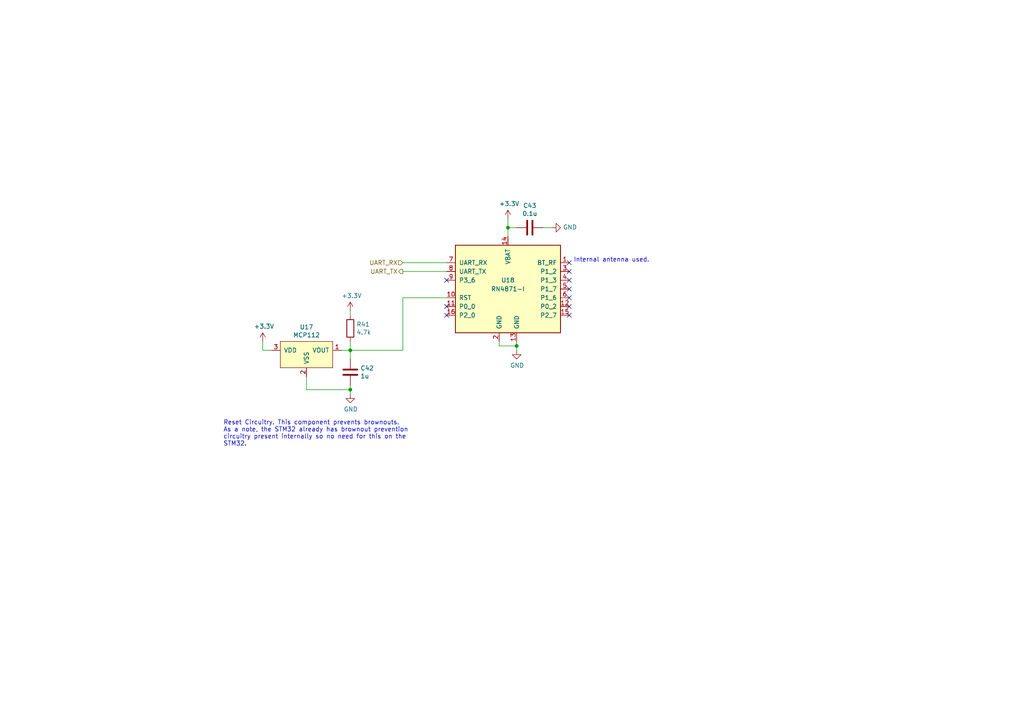
<source format=kicad_sch>
(kicad_sch (version 20230121) (generator eeschema)

  (uuid 0fd995cf-2c66-49f2-8a33-dd66fc2f892c)

  (paper "A4")

  (lib_symbols
    (symbol "Device:C" (pin_numbers hide) (pin_names (offset 0.254)) (in_bom yes) (on_board yes)
      (property "Reference" "C" (at 0.635 2.54 0)
        (effects (font (size 1.27 1.27)) (justify left))
      )
      (property "Value" "C" (at 0.635 -2.54 0)
        (effects (font (size 1.27 1.27)) (justify left))
      )
      (property "Footprint" "" (at 0.9652 -3.81 0)
        (effects (font (size 1.27 1.27)) hide)
      )
      (property "Datasheet" "~" (at 0 0 0)
        (effects (font (size 1.27 1.27)) hide)
      )
      (property "ki_keywords" "cap capacitor" (at 0 0 0)
        (effects (font (size 1.27 1.27)) hide)
      )
      (property "ki_description" "Unpolarized capacitor" (at 0 0 0)
        (effects (font (size 1.27 1.27)) hide)
      )
      (property "ki_fp_filters" "C_*" (at 0 0 0)
        (effects (font (size 1.27 1.27)) hide)
      )
      (symbol "C_0_1"
        (polyline
          (pts
            (xy -2.032 -0.762)
            (xy 2.032 -0.762)
          )
          (stroke (width 0.508) (type default))
          (fill (type none))
        )
        (polyline
          (pts
            (xy -2.032 0.762)
            (xy 2.032 0.762)
          )
          (stroke (width 0.508) (type default))
          (fill (type none))
        )
      )
      (symbol "C_1_1"
        (pin passive line (at 0 3.81 270) (length 2.794)
          (name "~" (effects (font (size 1.27 1.27))))
          (number "1" (effects (font (size 1.27 1.27))))
        )
        (pin passive line (at 0 -3.81 90) (length 2.794)
          (name "~" (effects (font (size 1.27 1.27))))
          (number "2" (effects (font (size 1.27 1.27))))
        )
      )
    )
    (symbol "Device:R" (pin_numbers hide) (pin_names (offset 0)) (in_bom yes) (on_board yes)
      (property "Reference" "R" (at 2.032 0 90)
        (effects (font (size 1.27 1.27)))
      )
      (property "Value" "R" (at 0 0 90)
        (effects (font (size 1.27 1.27)))
      )
      (property "Footprint" "" (at -1.778 0 90)
        (effects (font (size 1.27 1.27)) hide)
      )
      (property "Datasheet" "~" (at 0 0 0)
        (effects (font (size 1.27 1.27)) hide)
      )
      (property "ki_keywords" "R res resistor" (at 0 0 0)
        (effects (font (size 1.27 1.27)) hide)
      )
      (property "ki_description" "Resistor" (at 0 0 0)
        (effects (font (size 1.27 1.27)) hide)
      )
      (property "ki_fp_filters" "R_*" (at 0 0 0)
        (effects (font (size 1.27 1.27)) hide)
      )
      (symbol "R_0_1"
        (rectangle (start -1.016 -2.54) (end 1.016 2.54)
          (stroke (width 0.254) (type default))
          (fill (type none))
        )
      )
      (symbol "R_1_1"
        (pin passive line (at 0 3.81 270) (length 1.27)
          (name "~" (effects (font (size 1.27 1.27))))
          (number "1" (effects (font (size 1.27 1.27))))
        )
        (pin passive line (at 0 -3.81 90) (length 1.27)
          (name "~" (effects (font (size 1.27 1.27))))
          (number "2" (effects (font (size 1.27 1.27))))
        )
      )
    )
    (symbol "RF_Bluetooth:RN4871" (pin_names (offset 1.016)) (in_bom yes) (on_board yes)
      (property "Reference" "U" (at -12.7 13.97 0)
        (effects (font (size 1.27 1.27)))
      )
      (property "Value" "RN4871" (at 11.43 -15.24 0)
        (effects (font (size 1.27 1.27)))
      )
      (property "Footprint" "RF_Module:Microchip_RN4871" (at 0 -17.78 0)
        (effects (font (size 1.27 1.27)) hide)
      )
      (property "Datasheet" "http://ww1.microchip.com/downloads/en/DeviceDoc/50002489A.pdf" (at -12.7 13.97 0)
        (effects (font (size 1.27 1.27)) hide)
      )
      (property "ki_keywords" "Bluetooth Low Energy 4.2 Module" (at 0 0 0)
        (effects (font (size 1.27 1.27)) hide)
      )
      (property "ki_description" "Bluetooth Low Energy 4.2 Module" (at 0 0 0)
        (effects (font (size 1.27 1.27)) hide)
      )
      (property "ki_fp_filters" "RF*Module:Microchip*RN4871*" (at 0 0 0)
        (effects (font (size 1.27 1.27)) hide)
      )
      (symbol "RN4871_0_1"
        (rectangle (start -15.24 12.7) (end 15.24 -12.7)
          (stroke (width 0.254) (type default))
          (fill (type background))
        )
      )
      (symbol "RN4871_1_1"
        (pin output line (at 17.78 7.62 180) (length 2.54)
          (name "BT_RF" (effects (font (size 1.27 1.27))))
          (number "1" (effects (font (size 1.27 1.27))))
        )
        (pin input line (at -17.78 -2.54 0) (length 2.54)
          (name "RST" (effects (font (size 1.27 1.27))))
          (number "10" (effects (font (size 1.27 1.27))))
        )
        (pin bidirectional line (at -17.78 -5.08 0) (length 2.54)
          (name "P0_0" (effects (font (size 1.27 1.27))))
          (number "11" (effects (font (size 1.27 1.27))))
        )
        (pin bidirectional line (at 17.78 -5.08 180) (length 2.54)
          (name "P0_2" (effects (font (size 1.27 1.27))))
          (number "12" (effects (font (size 1.27 1.27))))
        )
        (pin power_in line (at 2.54 -15.24 90) (length 2.54)
          (name "GND" (effects (font (size 1.27 1.27))))
          (number "13" (effects (font (size 1.27 1.27))))
        )
        (pin power_in line (at 0 15.24 270) (length 2.54)
          (name "VBAT" (effects (font (size 1.27 1.27))))
          (number "14" (effects (font (size 1.27 1.27))))
        )
        (pin bidirectional line (at 17.78 -7.62 180) (length 2.54)
          (name "P2_7" (effects (font (size 1.27 1.27))))
          (number "15" (effects (font (size 1.27 1.27))))
        )
        (pin input line (at -17.78 -7.62 0) (length 2.54)
          (name "P2_0" (effects (font (size 1.27 1.27))))
          (number "16" (effects (font (size 1.27 1.27))))
        )
        (pin power_in line (at -2.54 -15.24 90) (length 2.54)
          (name "GND" (effects (font (size 1.27 1.27))))
          (number "2" (effects (font (size 1.27 1.27))))
        )
        (pin bidirectional line (at 17.78 5.08 180) (length 2.54)
          (name "P1_2" (effects (font (size 1.27 1.27))))
          (number "3" (effects (font (size 1.27 1.27))))
        )
        (pin bidirectional line (at 17.78 2.54 180) (length 2.54)
          (name "P1_3" (effects (font (size 1.27 1.27))))
          (number "4" (effects (font (size 1.27 1.27))))
        )
        (pin bidirectional line (at 17.78 0 180) (length 2.54)
          (name "P1_7" (effects (font (size 1.27 1.27))))
          (number "5" (effects (font (size 1.27 1.27))))
        )
        (pin bidirectional line (at 17.78 -2.54 180) (length 2.54)
          (name "P1_6" (effects (font (size 1.27 1.27))))
          (number "6" (effects (font (size 1.27 1.27))))
        )
        (pin input line (at -17.78 7.62 0) (length 2.54)
          (name "UART_RX" (effects (font (size 1.27 1.27))))
          (number "7" (effects (font (size 1.27 1.27))))
        )
        (pin output line (at -17.78 5.08 0) (length 2.54)
          (name "UART_TX" (effects (font (size 1.27 1.27))))
          (number "8" (effects (font (size 1.27 1.27))))
        )
        (pin bidirectional line (at -17.78 2.54 0) (length 2.54)
          (name "P3_6" (effects (font (size 1.27 1.27))))
          (number "9" (effects (font (size 1.27 1.27))))
        )
      )
    )
    (symbol "power:+3.3V" (power) (pin_names (offset 0)) (in_bom yes) (on_board yes)
      (property "Reference" "#PWR" (at 0 -3.81 0)
        (effects (font (size 1.27 1.27)) hide)
      )
      (property "Value" "+3.3V" (at 0 3.556 0)
        (effects (font (size 1.27 1.27)))
      )
      (property "Footprint" "" (at 0 0 0)
        (effects (font (size 1.27 1.27)) hide)
      )
      (property "Datasheet" "" (at 0 0 0)
        (effects (font (size 1.27 1.27)) hide)
      )
      (property "ki_keywords" "power-flag" (at 0 0 0)
        (effects (font (size 1.27 1.27)) hide)
      )
      (property "ki_description" "Power symbol creates a global label with name \"+3.3V\"" (at 0 0 0)
        (effects (font (size 1.27 1.27)) hide)
      )
      (symbol "+3.3V_0_1"
        (polyline
          (pts
            (xy -0.762 1.27)
            (xy 0 2.54)
          )
          (stroke (width 0) (type default))
          (fill (type none))
        )
        (polyline
          (pts
            (xy 0 0)
            (xy 0 2.54)
          )
          (stroke (width 0) (type default))
          (fill (type none))
        )
        (polyline
          (pts
            (xy 0 2.54)
            (xy 0.762 1.27)
          )
          (stroke (width 0) (type default))
          (fill (type none))
        )
      )
      (symbol "+3.3V_1_1"
        (pin power_in line (at 0 0 90) (length 0) hide
          (name "+3.3V" (effects (font (size 1.27 1.27))))
          (number "1" (effects (font (size 1.27 1.27))))
        )
      )
    )
    (symbol "power:GND" (power) (pin_names (offset 0)) (in_bom yes) (on_board yes)
      (property "Reference" "#PWR" (at 0 -6.35 0)
        (effects (font (size 1.27 1.27)) hide)
      )
      (property "Value" "GND" (at 0 -3.81 0)
        (effects (font (size 1.27 1.27)))
      )
      (property "Footprint" "" (at 0 0 0)
        (effects (font (size 1.27 1.27)) hide)
      )
      (property "Datasheet" "" (at 0 0 0)
        (effects (font (size 1.27 1.27)) hide)
      )
      (property "ki_keywords" "power-flag" (at 0 0 0)
        (effects (font (size 1.27 1.27)) hide)
      )
      (property "ki_description" "Power symbol creates a global label with name \"GND\" , ground" (at 0 0 0)
        (effects (font (size 1.27 1.27)) hide)
      )
      (symbol "GND_0_1"
        (polyline
          (pts
            (xy 0 0)
            (xy 0 -1.27)
            (xy 1.27 -1.27)
            (xy 0 -2.54)
            (xy -1.27 -1.27)
            (xy 0 -1.27)
          )
          (stroke (width 0) (type default))
          (fill (type none))
        )
      )
      (symbol "GND_1_1"
        (pin power_in line (at 0 0 270) (length 0) hide
          (name "GND" (effects (font (size 1.27 1.27))))
          (number "1" (effects (font (size 1.27 1.27))))
        )
      )
    )
    (symbol "utsvt-bps:MCP112" (pin_names (offset 1.016)) (in_bom yes) (on_board yes)
      (property "Reference" "U" (at 0 3.81 0)
        (effects (font (size 1.27 1.27)))
      )
      (property "Value" "MCP112" (at 0 1.27 0)
        (effects (font (size 1.27 1.27)))
      )
      (property "Footprint" "Package_TO_SOT_SMD:SOT-23" (at 0 0 0)
        (effects (font (size 1.27 1.27)) hide)
      )
      (property "Datasheet" "http://ww1.microchip.com/downloads/en/DeviceDoc/20001889F.pdf" (at 0 0 0)
        (effects (font (size 1.27 1.27)) hide)
      )
      (property "ki_keywords" "Reset, brownout" (at 0 0 0)
        (effects (font (size 1.27 1.27)) hide)
      )
      (property "ki_description" "Reset circuitry. Prevents brownouts." (at 0 0 0)
        (effects (font (size 1.27 1.27)) hide)
      )
      (symbol "MCP112_0_1"
        (rectangle (start -7.62 0) (end 7.62 -7.62)
          (stroke (width 0) (type default))
          (fill (type background))
        )
      )
      (symbol "MCP112_1_1"
        (pin output line (at 10.16 -2.54 180) (length 2.54)
          (name "VOUT" (effects (font (size 1.27 1.27))))
          (number "1" (effects (font (size 1.27 1.27))))
        )
        (pin power_in line (at 0 -10.16 90) (length 2.54)
          (name "VSS" (effects (font (size 1.27 1.27))))
          (number "2" (effects (font (size 1.27 1.27))))
        )
        (pin power_in line (at -10.16 -2.54 0) (length 2.54)
          (name "VDD" (effects (font (size 1.27 1.27))))
          (number "3" (effects (font (size 1.27 1.27))))
        )
      )
    )
  )

  (junction (at 101.6 113.03) (diameter 0) (color 0 0 0 0)
    (uuid 118edc3c-2723-4855-9fbd-8227920cff24)
  )
  (junction (at 147.32 66.04) (diameter 0) (color 0 0 0 0)
    (uuid 186bf469-032f-4a32-bb3e-e4878be29372)
  )
  (junction (at 149.86 100.33) (diameter 0) (color 0 0 0 0)
    (uuid 40d481b6-76ab-47cb-9222-1e791cd2aa0d)
  )
  (junction (at 101.6 101.6) (diameter 0) (color 0 0 0 0)
    (uuid a82f8c37-0bf0-46ca-97e5-3e2a1441f815)
  )

  (no_connect (at 165.1 86.36) (uuid 0a45e07d-c1f1-4494-b470-135934e54744))
  (no_connect (at 129.54 91.44) (uuid 1b4fb68a-6504-4f69-b228-41460643d4fd))
  (no_connect (at 165.1 76.2) (uuid 21f9817c-6bc8-4434-b00b-8c1923772c34))
  (no_connect (at 129.54 81.28) (uuid 34cdb674-f78a-4b1c-ab0c-334c085f4d3e))
  (no_connect (at 165.1 91.44) (uuid 4ba72959-9b63-47ea-a9bb-606d2d6fc63a))
  (no_connect (at 129.54 88.9) (uuid 58329482-7b67-408b-a1f0-55585faddbe9))
  (no_connect (at 165.1 83.82) (uuid 8eca74c7-da94-4fff-822d-012792a3b961))
  (no_connect (at 165.1 88.9) (uuid a3a7c4cb-8073-449a-af50-2f0032e0547f))
  (no_connect (at 165.1 81.28) (uuid ac1ac6e1-2fad-4c8f-a725-ee2de4ffa5d8))
  (no_connect (at 165.1 78.74) (uuid e2f6ff5a-28e5-49ef-9538-470ef957ea20))

  (wire (pts (xy 101.6 114.3) (xy 101.6 113.03))
    (stroke (width 0) (type default))
    (uuid 0006192e-366b-42b2-bcbf-72a9cf23626c)
  )
  (wire (pts (xy 116.84 86.36) (xy 129.54 86.36))
    (stroke (width 0) (type default))
    (uuid 03596373-6541-4bf1-8a61-47c6b9906312)
  )
  (wire (pts (xy 144.78 100.33) (xy 144.78 99.06))
    (stroke (width 0) (type default))
    (uuid 0447798a-9bb6-47a1-8050-446789200174)
  )
  (wire (pts (xy 116.84 101.6) (xy 116.84 86.36))
    (stroke (width 0) (type default))
    (uuid 09ad4154-83fe-41a4-b8a0-7608fc399274)
  )
  (wire (pts (xy 147.32 66.04) (xy 147.32 68.58))
    (stroke (width 0) (type default))
    (uuid 09c56ae3-ec0a-4b08-a9fa-7cff0c7f6f0f)
  )
  (wire (pts (xy 101.6 113.03) (xy 101.6 111.76))
    (stroke (width 0) (type default))
    (uuid 0b72ef4f-2afc-4e90-b83f-704b283ff34b)
  )
  (wire (pts (xy 101.6 101.6) (xy 116.84 101.6))
    (stroke (width 0) (type default))
    (uuid 1146e926-e6e7-4f1b-972a-24c30bc36bd0)
  )
  (wire (pts (xy 101.6 101.6) (xy 101.6 99.06))
    (stroke (width 0) (type default))
    (uuid 1dab639d-c36a-467e-9b81-90e8600edd88)
  )
  (wire (pts (xy 88.9 109.22) (xy 88.9 113.03))
    (stroke (width 0) (type default))
    (uuid 328646cf-0429-4dfe-89cc-fb13f1112054)
  )
  (wire (pts (xy 147.32 63.5) (xy 147.32 66.04))
    (stroke (width 0) (type default))
    (uuid 48cafee0-45b5-4044-ba6c-55a4717c7971)
  )
  (wire (pts (xy 149.86 100.33) (xy 149.86 101.6))
    (stroke (width 0) (type default))
    (uuid 4b550053-d360-4e9f-b4ea-404d9c02a525)
  )
  (wire (pts (xy 101.6 101.6) (xy 101.6 104.14))
    (stroke (width 0) (type default))
    (uuid 5ac9f3ed-2315-4e18-8ef3-fa14ca60a88e)
  )
  (wire (pts (xy 116.84 76.2) (xy 129.54 76.2))
    (stroke (width 0) (type default))
    (uuid 86471d71-f195-4658-afbc-7edd96e25c33)
  )
  (wire (pts (xy 149.86 100.33) (xy 144.78 100.33))
    (stroke (width 0) (type default))
    (uuid 8e9cc7b0-fad1-426d-a1d4-42b88dfadd5d)
  )
  (wire (pts (xy 149.86 99.06) (xy 149.86 100.33))
    (stroke (width 0) (type default))
    (uuid 93cb13b6-121d-4b01-8e95-7aad8e623e1e)
  )
  (wire (pts (xy 101.6 90.17) (xy 101.6 91.44))
    (stroke (width 0) (type default))
    (uuid 9b455a58-8109-4c9a-9436-699a60253ea0)
  )
  (wire (pts (xy 147.32 66.04) (xy 149.86 66.04))
    (stroke (width 0) (type default))
    (uuid b98a42d8-7cc8-4840-97b4-35116749515c)
  )
  (wire (pts (xy 129.54 78.74) (xy 116.84 78.74))
    (stroke (width 0) (type default))
    (uuid bff2faa4-1eb7-4a32-bd34-49445b7dc3f1)
  )
  (wire (pts (xy 160.02 66.04) (xy 157.48 66.04))
    (stroke (width 0) (type default))
    (uuid cb9271f2-6239-4758-bdd5-95734e816921)
  )
  (wire (pts (xy 76.2 99.06) (xy 76.2 101.6))
    (stroke (width 0) (type default))
    (uuid da5cceb8-ffd1-4e01-a8c7-08013ba8c41f)
  )
  (wire (pts (xy 76.2 101.6) (xy 78.74 101.6))
    (stroke (width 0) (type default))
    (uuid e1b33190-d4d3-423b-80df-d3dc35f4211b)
  )
  (wire (pts (xy 99.06 101.6) (xy 101.6 101.6))
    (stroke (width 0) (type default))
    (uuid edf84d11-769e-4b1e-856f-e8a1ae9708a0)
  )
  (wire (pts (xy 101.6 113.03) (xy 88.9 113.03))
    (stroke (width 0) (type default))
    (uuid f36c6e5b-e06d-4cd7-b95f-f4d3dcb88858)
  )

  (text "Reset Circuitry. This component prevents brownouts.\nAs a note, the STM32 already has brownout prevention\ncircuitry present internally so no need for this on the\nSTM32."
    (at 64.77 129.54 0)
    (effects (font (size 1.27 1.27)) (justify left bottom))
    (uuid 2685bd4b-5bcb-4add-991f-577c7f5d9b0e)
  )
  (text "Internal antenna used." (at 166.37 76.2 0)
    (effects (font (size 1.27 1.27)) (justify left bottom))
    (uuid 8753ef2a-6bf2-47ad-9a6b-6f8bde3dcb6c)
  )

  (hierarchical_label "UART_TX" (shape output) (at 116.84 78.74 180) (fields_autoplaced)
    (effects (font (size 1.27 1.27)) (justify right))
    (uuid 235237db-d8a6-4575-9e98-289bd44efa4a)
  )
  (hierarchical_label "UART_RX" (shape input) (at 116.84 76.2 180) (fields_autoplaced)
    (effects (font (size 1.27 1.27)) (justify right))
    (uuid bc31626e-48d4-46d6-845a-a62a72f3ee8c)
  )

  (symbol (lib_id "RF_Bluetooth:RN4871") (at 147.32 83.82 0) (unit 1)
    (in_bom yes) (on_board yes) (dnp no)
    (uuid 00000000-0000-0000-0000-00005f24c128)
    (property "Reference" "U18" (at 147.32 81.28 0)
      (effects (font (size 1.27 1.27)))
    )
    (property "Value" "RN4871-I" (at 147.32 83.82 0)
      (effects (font (size 1.27 1.27)))
    )
    (property "Footprint" "RF_Module:Microchip_RN4871" (at 147.32 101.6 0)
      (effects (font (size 1.27 1.27)) hide)
    )
    (property "Datasheet" "http://ww1.microchip.com/downloads/en/DeviceDoc/50002489A.pdf" (at 134.62 69.85 0)
      (effects (font (size 1.27 1.27)) hide)
    )
    (property "Mouser" "https://www.mouser.com/ProductDetail/Microchip-Technology/RN4871-I-RM130?qs=MLItCLRbWswoZsrzvVbGYw%3D%3D" (at 147.32 83.82 0)
      (effects (font (size 1.27 1.27)) hide)
    )
    (pin "1" (uuid a4bdc11c-f40e-4334-b1db-b490e3a62df1))
    (pin "10" (uuid e03ad5f7-d4b2-4a55-b089-56453d704d7d))
    (pin "11" (uuid 4dceeddf-c3b8-4878-b5f1-06a5d1b96e44))
    (pin "12" (uuid 4284cfbf-f859-47d5-aab2-11ea32e13631))
    (pin "13" (uuid 1e75c3d0-1e07-4640-a143-fe91689fa556))
    (pin "14" (uuid b0dfba6f-e6ec-4430-abb8-952ea7cdeb60))
    (pin "15" (uuid 5e02fc45-217e-464b-b814-fbc28bf52d2f))
    (pin "16" (uuid 4477e59e-c715-422c-8c8c-06cae8abd52d))
    (pin "2" (uuid 32cf8c0d-2c49-4826-908f-3415e4261459))
    (pin "3" (uuid bc93c823-7ff3-41ba-81b6-77407157ef3f))
    (pin "4" (uuid a7d5b7a9-a462-454e-b8c7-440f759cac17))
    (pin "5" (uuid c7919a2b-2dd2-43bc-b794-23ed0b3fff2e))
    (pin "6" (uuid f642703a-7a44-4592-a7e0-6e06c4c9fa03))
    (pin "7" (uuid 5347dd21-7dc5-47c5-a841-0c710a7bb347))
    (pin "8" (uuid 427e7df2-3af2-4862-89b9-5e79c47b0d36))
    (pin "9" (uuid 2bf54fbf-4897-4385-9e65-b21bc245f5f6))
    (instances
      (project "BPS-Leader"
        (path "/c248b171-df31-4e8a-afb6-607fa2df334b/00000000-0000-0000-0000-00005f24b488"
          (reference "U18") (unit 1)
        )
      )
    )
  )

  (symbol (lib_id "power:+3.3V") (at 147.32 63.5 0) (unit 1)
    (in_bom yes) (on_board yes) (dnp no)
    (uuid 00000000-0000-0000-0000-00005f24cc20)
    (property "Reference" "#PWR0103" (at 147.32 67.31 0)
      (effects (font (size 1.27 1.27)) hide)
    )
    (property "Value" "+3.3V" (at 147.701 59.1058 0)
      (effects (font (size 1.27 1.27)))
    )
    (property "Footprint" "" (at 147.32 63.5 0)
      (effects (font (size 1.27 1.27)) hide)
    )
    (property "Datasheet" "" (at 147.32 63.5 0)
      (effects (font (size 1.27 1.27)) hide)
    )
    (pin "1" (uuid 8ae41394-87f7-4c6f-a18d-ce94aa6e0b46))
    (instances
      (project "BPS-Leader"
        (path "/c248b171-df31-4e8a-afb6-607fa2df334b/00000000-0000-0000-0000-00005f24b488"
          (reference "#PWR0103") (unit 1)
        )
      )
    )
  )

  (symbol (lib_id "Device:C") (at 153.67 66.04 270) (unit 1)
    (in_bom yes) (on_board yes) (dnp no)
    (uuid 00000000-0000-0000-0000-00005f24d8bd)
    (property "Reference" "C43" (at 153.67 59.6392 90)
      (effects (font (size 1.27 1.27)))
    )
    (property "Value" "0.1u" (at 153.67 61.9506 90)
      (effects (font (size 1.27 1.27)))
    )
    (property "Footprint" "Capacitor_SMD:C_0805_2012Metric" (at 149.86 67.0052 0)
      (effects (font (size 1.27 1.27)) hide)
    )
    (property "Datasheet" "~" (at 153.67 66.04 0)
      (effects (font (size 1.27 1.27)) hide)
    )
    (pin "1" (uuid bd10a4e0-8471-4acf-a94a-25b216b02330))
    (pin "2" (uuid e0acd92e-f7da-41f2-8567-99a19b46e88f))
    (instances
      (project "BPS-Leader"
        (path "/c248b171-df31-4e8a-afb6-607fa2df334b/00000000-0000-0000-0000-00005f24b488"
          (reference "C43") (unit 1)
        )
      )
    )
  )

  (symbol (lib_id "power:GND") (at 160.02 66.04 90) (unit 1)
    (in_bom yes) (on_board yes) (dnp no)
    (uuid 00000000-0000-0000-0000-00005f24e813)
    (property "Reference" "#PWR0105" (at 166.37 66.04 0)
      (effects (font (size 1.27 1.27)) hide)
    )
    (property "Value" "GND" (at 163.2712 65.913 90)
      (effects (font (size 1.27 1.27)) (justify right))
    )
    (property "Footprint" "" (at 160.02 66.04 0)
      (effects (font (size 1.27 1.27)) hide)
    )
    (property "Datasheet" "" (at 160.02 66.04 0)
      (effects (font (size 1.27 1.27)) hide)
    )
    (pin "1" (uuid 71195003-e395-4190-b309-04faecf95a3a))
    (instances
      (project "BPS-Leader"
        (path "/c248b171-df31-4e8a-afb6-607fa2df334b/00000000-0000-0000-0000-00005f24b488"
          (reference "#PWR0105") (unit 1)
        )
      )
    )
  )

  (symbol (lib_id "power:GND") (at 149.86 101.6 0) (unit 1)
    (in_bom yes) (on_board yes) (dnp no)
    (uuid 00000000-0000-0000-0000-00005f2507b7)
    (property "Reference" "#PWR0104" (at 149.86 107.95 0)
      (effects (font (size 1.27 1.27)) hide)
    )
    (property "Value" "GND" (at 149.987 105.9942 0)
      (effects (font (size 1.27 1.27)))
    )
    (property "Footprint" "" (at 149.86 101.6 0)
      (effects (font (size 1.27 1.27)) hide)
    )
    (property "Datasheet" "" (at 149.86 101.6 0)
      (effects (font (size 1.27 1.27)) hide)
    )
    (pin "1" (uuid 2250528d-2688-452d-a386-d2fd735fc5b6))
    (instances
      (project "BPS-Leader"
        (path "/c248b171-df31-4e8a-afb6-607fa2df334b/00000000-0000-0000-0000-00005f24b488"
          (reference "#PWR0104") (unit 1)
        )
      )
    )
  )

  (symbol (lib_id "utsvt-bps:MCP112") (at 88.9 99.06 0) (unit 1)
    (in_bom yes) (on_board yes) (dnp no)
    (uuid 00000000-0000-0000-0000-00005f286e74)
    (property "Reference" "U17" (at 88.9 94.869 0)
      (effects (font (size 1.27 1.27)))
    )
    (property "Value" "MCP112" (at 88.9 97.1804 0)
      (effects (font (size 1.27 1.27)))
    )
    (property "Footprint" "Package_TO_SOT_SMD:SOT-23" (at 88.9 99.06 0)
      (effects (font (size 1.27 1.27)) hide)
    )
    (property "Datasheet" "http://ww1.microchip.com/downloads/en/DeviceDoc/20001889F.pdf" (at 88.9 99.06 0)
      (effects (font (size 1.27 1.27)) hide)
    )
    (property "Mouser" "https://www.mouser.com/ProductDetail/Microchip-Technology/MCP112T-270E-LB?qs=X7k1PQjaM9f%252Bkma3gOGkcg%3D%3D" (at 88.9 99.06 0)
      (effects (font (size 1.27 1.27)) hide)
    )
    (property "Threshold" "2.63" (at 88.9 99.06 0)
      (effects (font (size 1.27 1.27)) hide)
    )
    (pin "1" (uuid e087f2e1-7cf7-4b7c-9f1b-4b9ee0f792dd))
    (pin "2" (uuid dc61b0b1-cc48-4264-957e-217ac902458b))
    (pin "3" (uuid 26c39713-ef27-48fe-a59c-ce410e95d057))
    (instances
      (project "BPS-Leader"
        (path "/c248b171-df31-4e8a-afb6-607fa2df334b/00000000-0000-0000-0000-00005f24b488"
          (reference "U17") (unit 1)
        )
      )
    )
  )

  (symbol (lib_id "power:+3.3V") (at 76.2 99.06 0) (unit 1)
    (in_bom yes) (on_board yes) (dnp no)
    (uuid 00000000-0000-0000-0000-00005f2892cc)
    (property "Reference" "#PWR0100" (at 76.2 102.87 0)
      (effects (font (size 1.27 1.27)) hide)
    )
    (property "Value" "+3.3V" (at 76.581 94.6658 0)
      (effects (font (size 1.27 1.27)))
    )
    (property "Footprint" "" (at 76.2 99.06 0)
      (effects (font (size 1.27 1.27)) hide)
    )
    (property "Datasheet" "" (at 76.2 99.06 0)
      (effects (font (size 1.27 1.27)) hide)
    )
    (pin "1" (uuid e68d6a73-8473-4bc5-8f17-a7b985e7622f))
    (instances
      (project "BPS-Leader"
        (path "/c248b171-df31-4e8a-afb6-607fa2df334b/00000000-0000-0000-0000-00005f24b488"
          (reference "#PWR0100") (unit 1)
        )
      )
    )
  )

  (symbol (lib_id "Device:R") (at 101.6 95.25 0) (unit 1)
    (in_bom yes) (on_board yes) (dnp no)
    (uuid 00000000-0000-0000-0000-00005f28a0a0)
    (property "Reference" "R41" (at 103.378 94.0816 0)
      (effects (font (size 1.27 1.27)) (justify left))
    )
    (property "Value" "4.7k" (at 103.378 96.393 0)
      (effects (font (size 1.27 1.27)) (justify left))
    )
    (property "Footprint" "Resistor_SMD:R_0805_2012Metric" (at 99.822 95.25 90)
      (effects (font (size 1.27 1.27)) hide)
    )
    (property "Datasheet" "~" (at 101.6 95.25 0)
      (effects (font (size 1.27 1.27)) hide)
    )
    (pin "1" (uuid db67f3aa-f04d-4504-99ac-f69e93283da2))
    (pin "2" (uuid 6a237f04-6221-4967-b242-7d1edc902e53))
    (instances
      (project "BPS-Leader"
        (path "/c248b171-df31-4e8a-afb6-607fa2df334b/00000000-0000-0000-0000-00005f24b488"
          (reference "R41") (unit 1)
        )
      )
    )
  )

  (symbol (lib_id "Device:C") (at 101.6 107.95 0) (unit 1)
    (in_bom yes) (on_board yes) (dnp no)
    (uuid 00000000-0000-0000-0000-00005f28a62d)
    (property "Reference" "C42" (at 104.521 106.7816 0)
      (effects (font (size 1.27 1.27)) (justify left))
    )
    (property "Value" "1u" (at 104.521 109.093 0)
      (effects (font (size 1.27 1.27)) (justify left))
    )
    (property "Footprint" "Capacitor_SMD:C_0805_2012Metric" (at 102.5652 111.76 0)
      (effects (font (size 1.27 1.27)) hide)
    )
    (property "Datasheet" "~" (at 101.6 107.95 0)
      (effects (font (size 1.27 1.27)) hide)
    )
    (pin "1" (uuid 8e5925ae-80fe-4f2f-af47-4ba568df5772))
    (pin "2" (uuid ef45d974-2023-4d2f-b08d-0209b37bb104))
    (instances
      (project "BPS-Leader"
        (path "/c248b171-df31-4e8a-afb6-607fa2df334b/00000000-0000-0000-0000-00005f24b488"
          (reference "C42") (unit 1)
        )
      )
    )
  )

  (symbol (lib_id "power:GND") (at 101.6 114.3 0) (unit 1)
    (in_bom yes) (on_board yes) (dnp no)
    (uuid 00000000-0000-0000-0000-00005f28ad68)
    (property "Reference" "#PWR0102" (at 101.6 120.65 0)
      (effects (font (size 1.27 1.27)) hide)
    )
    (property "Value" "GND" (at 101.727 118.6942 0)
      (effects (font (size 1.27 1.27)))
    )
    (property "Footprint" "" (at 101.6 114.3 0)
      (effects (font (size 1.27 1.27)) hide)
    )
    (property "Datasheet" "" (at 101.6 114.3 0)
      (effects (font (size 1.27 1.27)) hide)
    )
    (pin "1" (uuid ae926463-0032-4583-b87e-4345c6543a14))
    (instances
      (project "BPS-Leader"
        (path "/c248b171-df31-4e8a-afb6-607fa2df334b/00000000-0000-0000-0000-00005f24b488"
          (reference "#PWR0102") (unit 1)
        )
      )
    )
  )

  (symbol (lib_id "power:+3.3V") (at 101.6 90.17 0) (unit 1)
    (in_bom yes) (on_board yes) (dnp no)
    (uuid 00000000-0000-0000-0000-00005f28bc6f)
    (property "Reference" "#PWR0101" (at 101.6 93.98 0)
      (effects (font (size 1.27 1.27)) hide)
    )
    (property "Value" "+3.3V" (at 101.981 85.7758 0)
      (effects (font (size 1.27 1.27)))
    )
    (property "Footprint" "" (at 101.6 90.17 0)
      (effects (font (size 1.27 1.27)) hide)
    )
    (property "Datasheet" "" (at 101.6 90.17 0)
      (effects (font (size 1.27 1.27)) hide)
    )
    (pin "1" (uuid 886200cd-c12e-4df1-a705-42ebd57fa6a5))
    (instances
      (project "BPS-Leader"
        (path "/c248b171-df31-4e8a-afb6-607fa2df334b/00000000-0000-0000-0000-00005f24b488"
          (reference "#PWR0101") (unit 1)
        )
      )
    )
  )
)

</source>
